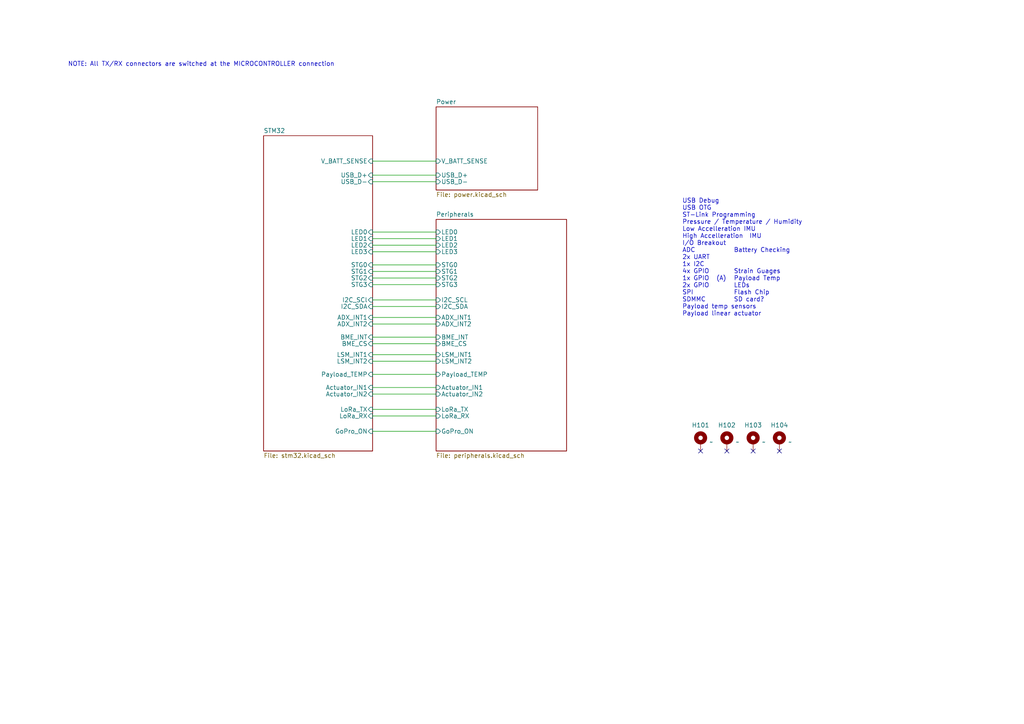
<source format=kicad_sch>
(kicad_sch (version 20231120) (generator "eeschema") (generator_version "8.0")
  (paper "A4")
  (title_block (title "Anduril-1 Flight Computer") (date "2024-02-22") (rev "V1.0") (company "UVic Rocketry"))
  (lib_symbols
    (symbol "Mechanical:MountingHole_Pad" (pin_numbers hide) (pin_names (offset 1.016) hide)
      (property "Reference" "H" (at 0 6.35 0))
      (property "Value" "MountingHole_Pad" (at 0 4.445 0))
      (symbol "MountingHole_Pad_0_1"
        (circle (center 0 1.27) (radius 1.27) (stroke (width 1.27)))
      )
      (symbol "MountingHole_Pad_1_1"
        (pin input line (at 0 -2.54 90) (length 2.54) (name "1") (number "1"))
      )
    )
  )
  (no_connect (at 203.2 130.81))
  (no_connect (at 218.44 130.81))
  (no_connect (at 210.82 130.81))
  (no_connect (at 226.06 130.81))
  (wire (pts (xy 108.077 120.65) (xy 126.492 120.65)))
  (wire (pts (xy 108.077 50.8) (xy 126.492 50.8)))
  (wire (pts (xy 108.077 118.745) (xy 126.492 118.745)))
  (wire (pts (xy 108.077 88.9) (xy 126.492 88.9)))
  (wire (pts (xy 108.077 73.025) (xy 126.492 73.025)))
  (wire (pts (xy 108.077 82.55) (xy 126.492 82.55)))
  (wire (pts (xy 108.077 99.695) (xy 126.492 99.695)))
  (wire (pts (xy 108.077 76.835) (xy 126.492 76.835)))
  (wire (pts (xy 108.077 108.585) (xy 126.492 108.585)))
  (wire (pts (xy 108.077 93.98) (xy 126.492 93.98)))
  (wire (pts (xy 108.077 52.705) (xy 126.492 52.705)))
  (wire (pts (xy 108.077 114.3) (xy 126.492 114.3)))
  (wire (pts (xy 108.077 78.74) (xy 126.492 78.74)))
  (wire (pts (xy 108.077 86.995) (xy 126.492 86.995)))
  (wire (pts (xy 108.077 112.395) (xy 126.492 112.395)))
  (wire (pts (xy 108.077 102.87) (xy 126.492 102.87)))
  (wire (pts (xy 108.077 71.12) (xy 126.492 71.12)))
  (wire (pts (xy 108.077 69.215) (xy 126.492 69.215)))
  (wire (pts (xy 108.077 97.79) (xy 126.492 97.79)))
  (wire (pts (xy 108.077 92.075) (xy 126.492 92.075)))
  (wire (pts (xy 108.077 46.736) (xy 126.492 46.736)))
  (wire (pts (xy 108.077 80.645) (xy 126.492 80.645)))
  (wire (pts (xy 108.077 104.775) (xy 126.492 104.775)))
  (wire (pts (xy 108.077 67.31) (xy 126.492 67.31)))
  (wire (pts (xy 108.077 125.095) (xy 126.492 125.095)))
  (text "USB Debug\nUSB OTG\nST-Link Programming\nPressure / Temperature / Humidity\nLow Accelleration IMU\nHigh Accelleration  IMU\nI/O Breakout\nADC 		Battery Checking\n2x UART\n1x I2C\n4x GPIO		Strain Guages\n1x GPIO	(A)	Payload Temp\n2x GPIO		LEDs\nSPI			Flash Chip \nSDMMC		SD card?\nPayload temp sensors\nPayload linear actuator\n" (at 197.866 91.821 0) (effects (font (size 1.27 1.27)) (justify left bottom)))
  (text "NOTE: All TX/RX connectors are switched at the MICROCONTROLLER connection" (at 19.685 19.431 0) (effects (font (size 1.27 1.27)) (justify left bottom)))
  (symbol (lib_id "Mechanical:MountingHole_Pad") (at 218.44 128.27 0) (unit 1)
    (property "Reference" "H103" (at 218.44 123.317 0))
    (property "Value" "~" (at 220.98 128.2121 0) (effects (justify left)))
    (property "Footprint" "MountingHole:MountingHole_3.2mm_M3_Pad" (effects (hide yes)))
  )
  (symbol (lib_id "Mechanical:MountingHole_Pad") (at 210.82 128.27 0) (unit 1)
    (property "Reference" "H102" (at 210.82 123.317 0))
    (property "Value" "~" (at 213.36 128.2121 0) (effects (justify left)))
    (property "Footprint" "MountingHole:MountingHole_3.2mm_M3_Pad" (effects (hide yes)))
  )
  (symbol (lib_id "Mechanical:MountingHole_Pad") (at 203.2 128.27 0) (unit 1)
    (property "Reference" "H101" (at 203.2 123.317 0))
    (property "Value" "~" (at 205.74 128.2121 0) (effects (justify left)))
    (property "Footprint" "MountingHole:MountingHole_3.2mm_M3_Pad" (effects (hide yes)))
  )
  (symbol (lib_id "Mechanical:MountingHole_Pad") (at 226.06 128.27 0) (unit 1)
    (property "Reference" "H104" (at 226.06 123.317 0))
    (property "Value" "~" (at 228.6 128.2121 0) (effects (justify left)))
    (property "Footprint" "MountingHole:MountingHole_3.2mm_M3_Pad" (effects (hide yes)))
  )
  (sheet (at 126.492 30.988) (size 29.464 24.13) (stroke (width 0.1524))
    (property "Sheetname" "Power" (at 126.492 30.2764 0) (effects (justify left bottom)))
    (property "Sheetfile" "power.kicad_sch" (at 126.492 55.7026 0) (effects (justify left top)))
    (pin "V_BATT_SENSE" input (at 126.492 46.736 180))
    (pin "USB_D-" input (at 126.492 52.705 180))
    (pin "USB_D+" input (at 126.492 50.8 180))
  )
  (sheet (at 126.492 63.627) (size 37.846 67.183) (stroke (width 0.1524))
    (property "Sheetname" "Peripherals" (at 126.492 62.9154 0) (effects (justify left bottom)))
    (property "Sheetfile" "peripherals.kicad_sch" (at 126.492 131.3946 0) (effects (justify left top)))
    (pin "LED2" input (at 126.492 71.12 180))
    (pin "LED3" input (at 126.492 73.025 180))
    (pin "LED0" input (at 126.492 67.31 180))
    (pin "LED1" input (at 126.492 69.215 180))
    (pin "I2C_SCL" input (at 126.492 86.995 180))
    (pin "BME_CS" input (at 126.492 99.695 180))
    (pin "BME_INT" input (at 126.492 97.79 180))
    (pin "LSM_INT1" input (at 126.492 102.87 180))
    (pin "LSM_INT2" input (at 126.492 104.775 180))
    (pin "STG0" input (at 126.492 76.835 180))
    (pin "STG1" input (at 126.492 78.74 180))
    (pin "STG2" input (at 126.492 80.645 180))
    (pin "STG3" input (at 126.492 82.55 180))
    (pin "I2C_SDA" input (at 126.492 88.9 180))
    (pin "ADX_INT1" input (at 126.492 92.075 180))
    (pin "ADX_INT2" input (at 126.492 93.98 180))
    (pin "Payload_TEMP" input (at 126.492 108.585 180))
    (pin "Actuator_IN2" input (at 126.492 114.3 180))
    (pin "Actuator_IN1" input (at 126.492 112.395 180))
    (pin "LoRa_TX" input (at 126.492 118.745 180))
    (pin "LoRa_RX" input (at 126.492 120.65 180))
    (pin "GoPro_ON" input (at 126.492 125.095 180))
  )
  (sheet (at 76.454 39.37) (size 31.623 91.44) (stroke (width 0.1524))
    (property "Sheetname" "STM32" (at 76.454 38.6584 0) (effects (justify left bottom)))
    (property "Sheetfile" "stm32.kicad_sch" (at 76.454 131.3946 0) (effects (justify left top)))
    (pin "I2C_SDA" input (at 108.077 88.9 0))
    (pin "I2C_SCl" input (at 108.077 86.995 0))
    (pin "LED1" input (at 108.077 69.215 0))
    (pin "LED2" input (at 108.077 71.12 0))
    (pin "LED3" input (at 108.077 73.025 0))
    (pin "LED0" input (at 108.077 67.31 0))
    (pin "STG0" input (at 108.077 76.835 0))
    (pin "STG1" input (at 108.077 78.74 0))
    (pin "STG2" input (at 108.077 80.645 0))
    (pin "STG3" input (at 108.077 82.55 0))
    (pin "BME_INT" input (at 108.077 97.79 0))
    (pin "BME_CS" input (at 108.077 99.695 0))
    (pin "LSM_INT2" input (at 108.077 104.775 0))
    (pin "LSM_INT1" input (at 108.077 102.87 0))
    (pin "Payload_TEMP" input (at 108.077 108.585 0))
    (pin "ADX_INT1" input (at 108.077 92.075 0))
    (pin "ADX_INT2" input (at 108.077 93.98 0))
    (pin "V_BATT_SENSE" input (at 108.077 46.736 0))
    (pin "Actuator_IN2" input (at 108.077 114.3 0))
    (pin "Actuator_IN1" input (at 108.077 112.395 0))
    (pin "LoRa_TX" input (at 108.077 118.745 0))
    (pin "LoRa_RX" input (at 108.077 120.65 0))
    (pin "GoPro_ON" input (at 108.077 125.095 0))
    (pin "USB_D+" input (at 108.077 50.8 0))
    (pin "USB_D-" input (at 108.077 52.705 0))
  )
)
</source>
